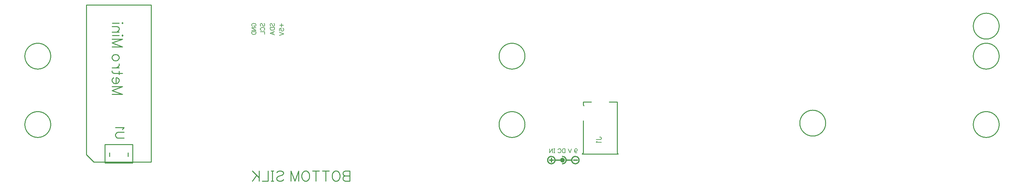
<source format=gbo>
G04 start of page 12 for group 12 layer_idx 8 *
G04 Title: AYAB-RS_E, bottom_silk *
G04 Creator: pcb-rnd 1.2.8 *
G04 CreationDate: 2018-05-30 20:35:32 UTC *
G04 For: Windell H. Oskay *
G04 Format: Gerber/RS-274X *
G04 PCB-Dimensions: 1100000 207000 *
G04 PCB-Coordinate-Origin: lower left *
%MOIN*%
%FSLAX25Y25*%
%LNBOTTOMSILK*%
%ADD213C,0.0110*%
%ADD212C,0.0093*%
%ADD211C,0.0060*%
%ADD210C,0.0110*%
%ADD209C,0.0250*%
%ADD208C,0.0100*%
%ADD207C,0.0120*%
G54D207*X590500Y27000D02*X594500D01*
X592500Y29000D02*Y25000D01*
X596500Y27000D02*X603000D01*
G54D208*X627000Y69500D02*Y35000D01*
X625500Y33500D01*
X627000Y90000D02*X635500D01*
X627000D02*Y86500D01*
X627500Y86000D01*
X663500Y90000D02*Y34500D01*
X655000Y90000D02*X663500D01*
X90000Y180000D02*Y40000D01*
Y195000D02*Y180000D01*
Y195000D02*X160000D01*
Y180000D01*
X90000Y40000D02*Y33000D01*
X110000Y44000D02*X140000D01*
X90000Y33000D02*X98000Y25000D01*
X160000D01*
X110000Y24000D02*X140000D01*
Y44000D02*Y24000D01*
X110000Y44000D02*Y24000D01*
X115000Y35000D02*Y31000D01*
X135000Y35000D02*Y31000D01*
X160000Y180000D02*Y40000D01*
Y25000D01*
G54D207*X616500Y27000D02*X620500D01*
X608500D02*X612500D01*
X610000D02*X614000D01*
G54D208*X625500Y33500D02*X664500D01*
X663500Y34500D01*
X51500Y139500D02*G75*G02X37500Y125500I-14000J0D01*G01*
G75*G02X23500Y139500I0J14000D01*G01*
G75*G02X37500Y153500I14000J0D01*G01*
G75*G02X51500Y139500I0J-14000D01*G01*
X536000D02*G75*G02X550000Y153500I14000J0D01*G01*
X564000Y139500D02*G75*G02X550000Y125500I-14000J0D01*G01*
G75*G02X536000Y139500I0J14000D01*G01*
X550000Y153500D02*G75*G02X564000Y139500I0J-14000D01*G01*
X51500Y65500D02*G75*G02X37500Y51500I-14000J0D01*G01*
G75*G02X23500Y65500I0J14000D01*G01*
G75*G02X37500Y79500I14000J0D01*G01*
G75*G02X51500Y65500I0J-14000D01*G01*
X1076500D02*G75*G02X1062500Y51500I-14000J0D01*G01*
X564000Y65500D02*G75*G02X550000Y51500I-14000J0D01*G01*
G75*G02X536000Y65500I0J14000D01*G01*
G75*G02X550000Y79500I14000J0D01*G01*
G75*G02X564000Y65500I0J-14000D01*G01*
X875000Y53000D02*G75*G02X861000Y67000I0J14000D01*G01*
X1062500Y51500D02*G75*G02X1048500Y65500I0J14000D01*G01*
X889000Y67000D02*G75*G02X875000Y53000I-14000J0D01*G01*
X861000Y67000D02*G75*G02X875000Y81000I14000J0D01*G01*
G75*G02X889000Y67000I0J-14000D01*G01*
G54D207*X608500Y27000D02*G75*G03X604500Y31000I-4000J0D01*G01*
X606500Y27000D02*G75*G03X604500Y29000I-2000J0D01*G01*
G75*G03X602500Y27000I0J-2000D01*G01*
G54D209*X605500D02*G75*G02X604500Y28000I0J1000D01*G01*
G75*G02X603500Y27000I-1000J0D01*G01*
G54D207*X614500D02*G75*G02X618500Y31000I4000J0D01*G01*
Y23000D02*G75*G03X622500Y27000I0J4000D01*G01*
X618500Y23000D02*G75*G02X614500Y27000I0J4000D01*G01*
X596500D02*G75*G03X592500Y31000I-4000J0D01*G01*
Y23000D02*G75*G03X596500Y27000I0J4000D01*G01*
X592500Y23000D02*G75*G02X588500Y27000I0J4000D01*G01*
G75*G02X592500Y31000I4000J0D01*G01*
X622500Y27000D02*G75*G03X618500Y31000I-4000J0D01*G01*
X604500Y23000D02*G75*G03X608500Y27000I0J4000D01*G01*
X602500D02*G75*G03X604500Y25000I2000J0D01*G01*
G75*G03X606500Y27000I0J2000D01*G01*
G54D209*X603500D02*G75*G02X604500Y26000I0J-1000D01*G01*
G54D208*X1048500Y65500D02*G75*G02X1062500Y79500I14000J0D01*G01*
Y125500D02*G75*G02X1048500Y139500I0J14000D01*G01*
G75*G02X1062500Y153500I14000J0D01*G01*
Y158000D02*G75*G02X1048500Y172000I0J14000D01*G01*
G75*G02X1062500Y186000I14000J0D01*G01*
Y79500D02*G75*G02X1076500Y65500I0J-14000D01*G01*
Y139500D02*G75*G02X1062500Y125500I-14000J0D01*G01*
Y153500D02*G75*G02X1076500Y139500I0J-14000D01*G01*
Y172000D02*G75*G02X1062500Y158000I-14000J0D01*G01*
Y186000D02*G75*G02X1076500Y172000I0J-14000D01*G01*
G54D210*X117811Y98200D02*X128851D01*
X117811Y102403D01*
X128851Y106612D02*X117811Y102403D01*
Y106612D02*X128851D01*
X122023Y109924D02*Y116228D01*
X123072D01*
X124123Y115704D01*
X124650Y115180D01*
X125172Y114128D01*
Y112552D02*Y114128D01*
Y112552D02*X124650Y111498D01*
X123599Y110446D01*
X122023Y109924D01*
X120968D02*X122023D01*
X120968D02*X119392Y110446D01*
X118341Y111498D01*
X117814Y112552D01*
Y114128D01*
X118341Y115180D01*
X119392Y116228D01*
X119914Y121119D02*X128851D01*
X119914D02*X118338Y121641D01*
X117811Y122695D01*
Y123747D01*
X125172Y119540D02*Y123219D01*
X117814Y127059D02*X125172D01*
X122017D02*X123599Y127583D01*
X124648Y128637D01*
X125172Y129686D01*
Y131265D01*
Y137204D02*X124650Y136150D01*
X123599Y135098D01*
X122023Y134577D01*
X120968D02*X122023D01*
X120968D02*X119392Y135098D01*
X118341Y136150D01*
X117814Y137204D01*
Y138780D01*
X118341Y139832D01*
X119392Y140881D01*
X120968Y141408D01*
X122023D01*
X123599Y140881D01*
X124650Y139832D01*
X125172Y138780D01*
Y137204D02*Y138780D01*
X117811Y149688D02*X128851D01*
X117811Y153891D01*
X128851Y158100D02*X117811Y153891D01*
Y158100D02*X128851D01*
X117839Y161937D02*X125197D01*
X128879Y161412D02*X128351Y161937D01*
X128879Y162464D01*
X129403Y161937D01*
X128879Y161412D01*
X117814Y165776D02*X125172D01*
X123072D02*X124650Y167355D01*
X125172Y168403D01*
Y169982D01*
X124650Y171031D01*
X123072Y171558D01*
X117814D02*X123072D01*
X117839Y175395D02*X125197D01*
X128879Y174870D02*X128351Y175395D01*
X128879Y175922D01*
X129403Y175395D01*
X128879Y174870D01*
G54D211*X278792Y171961D02*X278358Y172395D01*
X278140Y173046D01*
Y173915D01*
X278358Y174567D01*
X278792Y175000D01*
X279225D01*
X279661Y174785D01*
X279877Y174567D01*
X280094Y174131D01*
X280528Y172828D01*
X280746Y172395D01*
X280963Y172178D01*
X281397Y171961D01*
X282049D01*
X282482Y172395D01*
X282700Y173046D01*
Y173915D01*
X282482Y174567D01*
X282049Y175000D01*
X279225Y167336D02*X278792Y167554D01*
X278358Y167988D01*
X278140Y168421D01*
Y169291D01*
X278358Y169724D01*
X278792Y170160D01*
X279225Y170376D01*
X279877Y170593D01*
X280964D01*
X281615Y170376D01*
X282049Y170160D01*
X282482Y169724D01*
X282700Y169291D01*
Y168421D02*Y169291D01*
Y168421D02*X282482Y167988D01*
X282049Y167554D01*
X281615Y167336D01*
X278140Y165968D02*X282700D01*
Y163363D02*Y165968D01*
X269725Y171743D02*X269292Y171961D01*
X268858Y172394D01*
X268640Y172828D01*
Y173697D01*
X268858Y174131D01*
X269292Y174566D01*
X269725Y174782D01*
X270377Y175000D01*
X271464D01*
X272115Y174782D01*
X272549Y174566D01*
X272982Y174131D01*
X273200Y173697D01*
Y172828D02*Y173697D01*
Y172828D02*X272982Y172394D01*
X272549Y171961D01*
X272115Y171743D01*
X271464D02*X272115D01*
X271464D02*Y172828D01*
X268640Y170375D02*X273200D01*
X268640D02*X273200Y167336D01*
X268640D02*X273200D01*
X268640Y165968D02*X273200D01*
X268640Y164447D02*Y165968D01*
Y164447D02*X268858Y163796D01*
X269292Y163362D01*
X269725Y163145D01*
X270377Y162929D01*
X271464D01*
X272115Y163145D01*
X272549Y163362D01*
X272982Y163796D01*
X273200Y164447D01*
Y165968D01*
G54D212*X124052Y51000D02*X130680D01*
X124052D02*X122725Y51443D01*
X121843Y52325D01*
X121400Y53652D01*
Y54533D01*
X121843Y55860D01*
X122725Y56744D01*
X124052Y57185D01*
X130680D01*
X128914Y59969D02*X129355Y60851D01*
X130680Y62178D01*
X121400D02*X130680D01*
G54D211*X289292Y171961D02*X288858Y172395D01*
X288640Y173046D01*
Y173915D01*
X288858Y174567D01*
X289292Y175000D01*
X289725D01*
X290161Y174785D01*
X290377Y174567D01*
X290594Y174131D01*
X291028Y172828D01*
X291246Y172395D01*
X291463Y172178D01*
X291897Y171961D01*
X292549D01*
X292982Y172395D01*
X293200Y173046D01*
Y173915D01*
X292982Y174567D01*
X292549Y175000D01*
X288640Y170593D02*X293200D01*
X288640Y169072D02*Y170593D01*
Y169072D02*X288858Y168421D01*
X289292Y167987D01*
X289725Y167770D01*
X290377Y167554D01*
X291464D01*
X292115Y167770D01*
X292549Y167987D01*
X292982Y168421D01*
X293200Y169072D01*
Y170593D01*
X288640Y164448D02*X293200Y166186D01*
X288640Y164448D02*X293200Y162711D01*
X291680Y163362D02*Y165533D01*
X298925Y173046D02*X302833D01*
X300879Y171092D02*Y175000D01*
X298640Y167118D02*Y169290D01*
X300593Y169507D01*
X300377Y169290D01*
X300160Y168639D01*
Y167987D02*Y168639D01*
Y167987D02*X300377Y167336D01*
X300811Y166901D01*
X301463Y166684D01*
X301896D01*
X302548Y166901D01*
X302982Y167336D01*
X303200Y167987D01*
Y168639D01*
X302982Y169290D01*
X302765Y169507D01*
X302331Y169724D01*
X298640Y165316D02*X303200Y163579D01*
X298640Y161841D02*X303200Y163579D01*
G54D213*X374500Y4300D02*Y15260D01*
X369804D02*X374500D01*
X369804D02*X368239Y14737D01*
X367716Y14216D01*
X367195Y13169D01*
Y12128D02*Y13169D01*
Y12128D02*X367716Y11084D01*
X368239Y10561D01*
X369804Y10040D01*
X374500D01*
X369804D02*X368239Y9520D01*
X367716Y8996D01*
X367195Y7952D01*
Y6388D02*Y7952D01*
Y6388D02*X367716Y5341D01*
X368239Y4823D01*
X369804Y4300D01*
X374500D01*
X360778Y15260D02*X361819Y14737D01*
X362866Y13693D01*
X363387Y12652D01*
X363907Y11084D01*
Y8476D02*Y11084D01*
Y8476D02*X363387Y6906D01*
Y6908D02*X362866Y5865D01*
X361819Y4823D01*
X360778Y4300D01*
X358687D02*X360778D01*
X358687D02*X357646Y4823D01*
X356602Y5865D01*
X356079Y6908D01*
X355561Y8476D01*
Y11084D01*
X356079Y12652D01*
X356602Y13693D01*
X357646Y14737D01*
X358687Y15260D01*
X360778D01*
X348621Y4300D02*Y15260D01*
X344968D02*X352273D01*
X338028Y4300D02*Y15260D01*
X334375D02*X341680D01*
X327958D02*X329000Y14737D01*
X330046Y13693D01*
X330567Y12652D01*
X331087Y11084D01*
Y8476D02*Y11084D01*
Y8476D02*X330567Y6906D01*
Y6908D02*X330046Y5865D01*
X329000Y4823D01*
X327958Y4300D01*
X325868D02*X327958D01*
X325868D02*X324826Y4823D01*
X323783Y5865D01*
X323259Y6908D01*
X322741Y8476D01*
Y11084D01*
X323259Y12652D01*
X323783Y13693D01*
X324826Y14737D01*
X325868Y15260D01*
X327958D01*
X319453Y4300D02*Y15260D01*
X315280Y4300D01*
X311102Y15260D02*X315280Y4300D01*
X311102D02*Y15260D01*
X295577Y13693D02*X296621Y14737D01*
X298185Y15260D01*
X300273D01*
X301841Y14737D01*
X302882Y13693D01*
Y12652D02*Y13693D01*
Y12652D02*X302364Y11605D01*
X301841Y11084D01*
X300794Y10564D01*
X297662Y9520D01*
X296621Y8996D01*
X296100Y8476D01*
X295577Y7432D01*
Y5865D02*Y7432D01*
Y5865D02*X296621Y4823D01*
X298185Y4300D01*
X300273D01*
X301841Y4823D01*
X302882Y5865D01*
X289549Y15260D02*X292289D01*
X290919Y4300D02*Y15260D01*
X289549Y4300D02*X292289D01*
X286261D02*Y15260D01*
X280000Y4300D02*X286261D01*
X276712D02*Y15260D01*
X269407D02*X276712Y7952D01*
X274104Y10561D02*X269407Y4300D01*
G54D211*X617678Y37840D02*X617895Y37189D01*
X618329Y36755D01*
X618982Y36537D01*
X619198D01*
X619849Y36755D01*
X620285Y37189D01*
X620500Y37840D01*
Y38057D01*
X620285Y38709D01*
X619849Y39143D01*
X619198Y39360D01*
X618982D02*X619198D01*
X618982D02*X618329Y39143D01*
X617895Y38709D01*
X617678Y37840D01*
Y36755D02*Y37840D01*
Y36755D02*X617895Y35669D01*
X618329Y35018D01*
X618982Y34800D01*
X619415D01*
X620067Y35018D01*
X620285Y35452D01*
X614258Y39360D02*X612522Y34800D01*
X610784Y39360D02*X612522Y34800D01*
X607364D02*Y39360D01*
X605843D02*X607364D01*
X605843D02*X605192Y39142D01*
X604758Y38708D01*
X604541Y38275D01*
X604325Y37623D01*
Y36536D02*Y37623D01*
Y36536D02*X604541Y35885D01*
X604758Y35451D01*
X605192Y35018D01*
X605843Y34800D01*
X607364D01*
X599700Y38275D02*X599917Y38708D01*
X600352Y39142D01*
X600785Y39360D01*
X601655D01*
X602088Y39142D01*
X602523Y38708D01*
X602740Y38275D01*
X602957Y37623D01*
Y36536D02*Y37623D01*
Y36536D02*X602740Y35885D01*
X602523Y35451D01*
X602088Y35018D01*
X601655Y34800D01*
X600785D02*X601655D01*
X600785D02*X600352Y35018D01*
X599917Y35451D01*
X599700Y35885D01*
X595140Y39360D02*X596280D01*
X595710Y34800D02*Y39360D01*
X595140Y34800D02*X596280D01*
X593772D02*Y39360D01*
X590732Y34800D01*
Y39360D01*
X640940Y49257D02*X645329D01*
X646153Y49530D01*
X646425Y49805D01*
X646700Y50354D01*
Y50901D01*
X646425Y51451D01*
X646153Y51725D01*
X645329Y52000D01*
X644780D02*X645329D01*
X642036Y47529D02*X641762Y46982D01*
X640940Y46158D01*
X646700D01*
M02*

</source>
